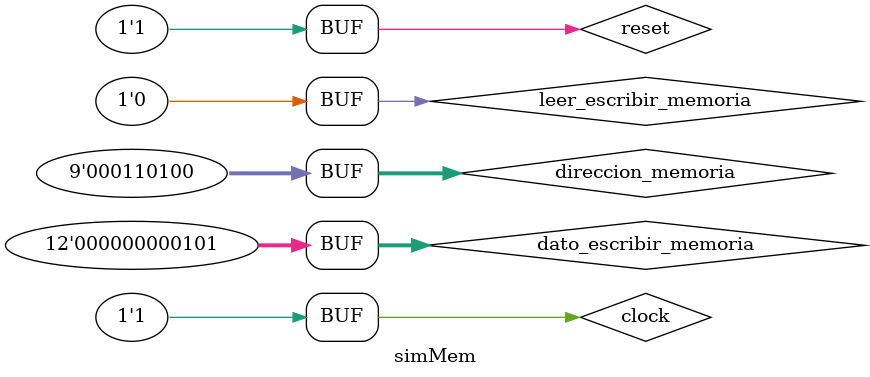
<source format=v>
`timescale 1ns / 1ps


module simMem;

	// Inputs
	reg clock;
	reg reset;
	reg leer_escribir_memoria;
	reg [8:0] direccion_memoria;
	reg [11:0] dato_escribir_memoria;

	// Outputs
	wire [11:0] dato_leer_memoria;

	// Instantiate the Unit Under Test (UUT)
	memoria4K uut (
		.clock(clock), 
		.reset(reset), 
		.leer_escribir_memoria(leer_escribir_memoria), 
		.direccion_memoria(direccion_memoria), 
		.dato_escribir_memoria(dato_escribir_memoria), 
		.dato_leer_memoria(dato_leer_memoria)
	);

	initial begin
		// Initialize Inputs
		reset = 0;
		leer_escribir_memoria = 1;
		direccion_memoria = 52;
		dato_escribir_memoria = 12'b101010101010;

		// Wait 100 ns for global reset to finish
		#100;
		
		reset = 0;
		leer_escribir_memoria = 0;
		direccion_memoria = 5;
		dato_escribir_memoria = 12'b101010101010;
		
		#100;

		reset = 0;
		leer_escribir_memoria = 0;
		direccion_memoria = 52;
		dato_escribir_memoria = 5;
      
		#100;
		reset = 1;
		
	end
	
	always begin 
	clock = 0;#5;
	clock = 1;#5;
	end
      
endmodule


</source>
